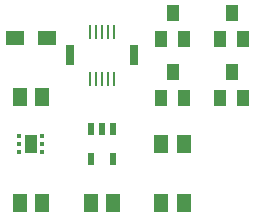
<source format=gbp>
G04 EAGLE Gerber RS-274X export*
G75*
%MOMM*%
%FSLAX34Y34*%
%LPD*%
%INBottom Paste*%
%IPPOS*%
%AMOC8*
5,1,8,0,0,1.08239X$1,22.5*%
G01*
%ADD10R,1.300000X1.500000*%
%ADD11R,1.000000X1.400000*%
%ADD12R,0.600000X1.100000*%
%ADD13R,0.280000X1.200000*%
%ADD14R,0.800000X1.800000*%
%ADD15R,1.500000X1.200000*%
%ADD16R,0.450000X0.300000*%
%ADD17R,1.000000X1.600000*%


D10*
X209500Y30000D03*
X190500Y30000D03*
D11*
X260000Y191000D03*
X250500Y169000D03*
X269500Y169000D03*
X310000Y191000D03*
X300500Y169000D03*
X319500Y169000D03*
X310000Y141000D03*
X300500Y119000D03*
X319500Y119000D03*
X260000Y141000D03*
X250500Y119000D03*
X269500Y119000D03*
D10*
X250500Y30000D03*
X269500Y30000D03*
X269500Y80000D03*
X250500Y80000D03*
D12*
X190500Y93000D03*
X200000Y93000D03*
X209500Y93000D03*
X209500Y67000D03*
X190500Y67000D03*
D13*
X200320Y175000D03*
X195320Y175000D03*
X190320Y175000D03*
X205320Y175000D03*
X210320Y175000D03*
X200320Y135000D03*
X195320Y135000D03*
X190320Y135000D03*
X205320Y135000D03*
X210320Y135000D03*
D14*
X227320Y155000D03*
X173320Y155000D03*
D10*
X130500Y120000D03*
X149500Y120000D03*
X149500Y30000D03*
X130500Y30000D03*
D15*
X153500Y170000D03*
X126500Y170000D03*
D16*
X149750Y86500D03*
X149750Y80000D03*
X149750Y73500D03*
X130250Y73500D03*
X130250Y80000D03*
X130250Y86500D03*
D17*
X140000Y80000D03*
M02*

</source>
